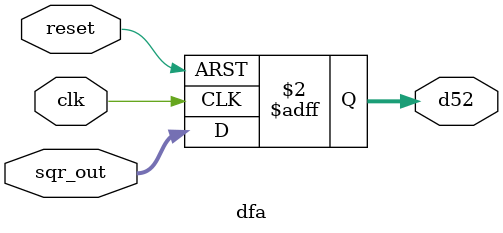
<source format=v>
module dfa(clk,reset,sqr_out,d52
    );
input clk,reset;
input [15:0] sqr_out;
output reg [15:0] d52;
always @(posedge clk,posedge reset)
begin
if(reset)
begin
    
    d52<=0;
	 
end
else 
begin
  d52<=sqr_out;
end	 

   
end

endmodule
</source>
